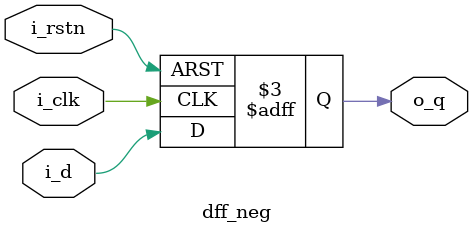
<source format=v>
module dff_neg(
	output reg		o_q,
	input			i_d,
	input			i_clk,
	input 			i_rstn
);

	always @(posedge i_clk or negedge i_rstn) begin 
		if(!i_rstn) begin
			o_q <= 1'b0;
		end else begin
			o_q <= i_d;
		end
	end
endmodule

</source>
